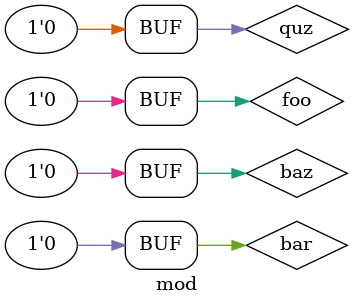
<source format=sv>
module mod ();

  assign quz = 16'habc;
  assign bar = 6'o42;
  assign foo = 7'b010_1000;
  assign baz = 12'd987654;

endmodule

</source>
